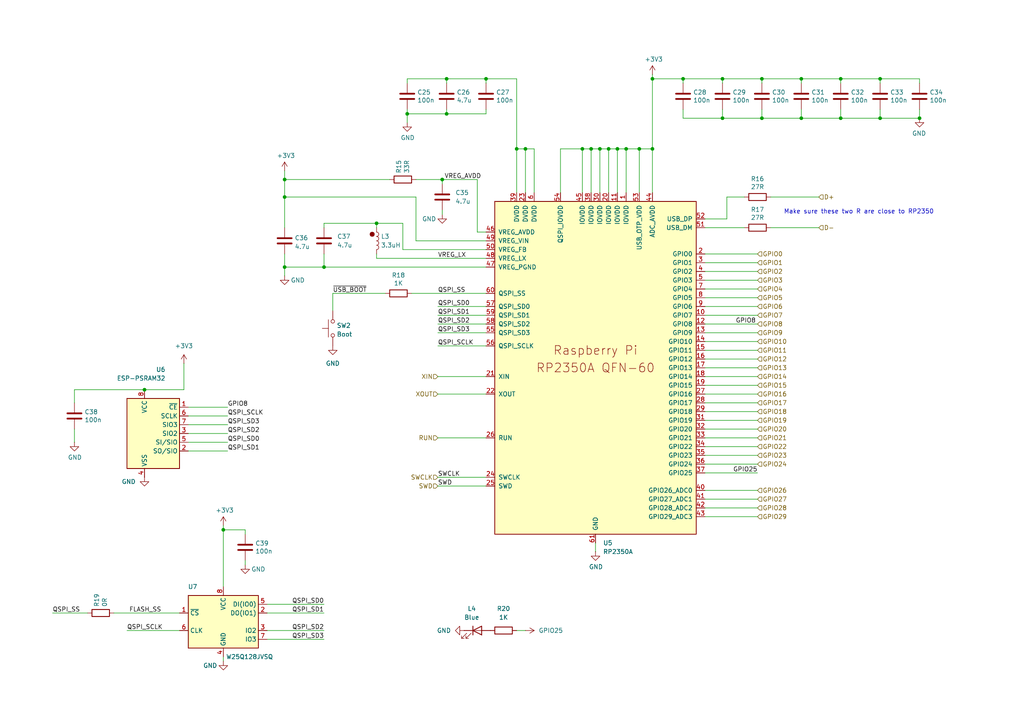
<source format=kicad_sch>
(kicad_sch (version 20231120) (generator "eeschema") (generator_version "8.0")
  (paper "A4")
  (title_block (title "Frank M2") (date "2025-02-02") (rev "1.01") (company "Mikhail Matveev") (comment 1 "https://github.com/xtremespb/frank"))
  (lib_symbols
    (symbol "+3V3_1" (power) (pin_numbers hide) (pin_names (offset 0) hide)
      (property "Value" "+3V3" (at 0 3.556 0))
      (symbol "+3V3_1_0_1"
        (polyline (pts (xy -0.762 1.27) (xy 0 2.54)))
        (polyline (pts (xy 0 0) (xy 0 2.54)))
        (polyline (pts (xy 0 2.54) (xy 0.762 1.27)))
      )
      (symbol "+3V3_1_1_1"
        (pin power_in line (at 0 0 90) (length 0) (name "~") (number "1"))
      )
    )
    (symbol "+3V3_2" (power) (pin_numbers hide) (pin_names (offset 0) hide)
      (property "Value" "+3V3" (at 0 3.556 0))
      (symbol "+3V3_2_0_1"
        (polyline (pts (xy -0.762 1.27) (xy 0 2.54)))
        (polyline (pts (xy 0 0) (xy 0 2.54)))
        (polyline (pts (xy 0 2.54) (xy 0.762 1.27)))
      )
      (symbol "+3V3_2_1_1"
        (pin power_in line (at 0 0 90) (length 0) (name "~") (number "1"))
      )
    )
    (symbol "+3V3_3" (power) (pin_numbers hide) (pin_names (offset 0) hide)
      (property "Value" "+3V3" (at 0 3.556 0))
      (symbol "+3V3_3_0_1"
        (polyline (pts (xy -0.762 1.27) (xy 0 2.54)))
        (polyline (pts (xy 0 0) (xy 0 2.54)))
        (polyline (pts (xy 0 2.54) (xy 0.762 1.27)))
      )
      (symbol "+3V3_3_1_1"
        (pin power_in line (at 0 0 90) (length 0) (name "~") (number "1"))
      )
    )
    (symbol "Device:C" (pin_numbers hide) (pin_names (offset 0.254))
      (property "Reference" "C" (at 0.635 2.54 0))
      (property "Value" "C" (at 0.635 -2.54 0))
      (symbol "C_0_1"
        (polyline (pts (xy -2.032 -0.762) (xy 2.032 -0.762)) (stroke (width 0.508)))
        (polyline (pts (xy -2.032 0.762) (xy 2.032 0.762)) (stroke (width 0.508)))
      )
      (symbol "C_1_1"
        (pin passive line (at 0 3.81 270) (length 2.794) (name "~") (number "1"))
        (pin passive line (at 0 -3.81 90) (length 2.794) (name "~") (number "2"))
      )
    )
    (symbol "Device:L" (pin_numbers hide) (pin_names (offset 1.016) hide)
      (property "Reference" "L" (at -1.27 0 90))
      (property "Value" "L" (at 1.905 0 90))
      (symbol "L_0_1"
        (arc (start 0 -2.54) (mid 0.6323 -1.905) (end 0 -1.27))
        (arc (start 0 -1.27) (mid 0.6323 -0.635) (end 0 0))
        (arc (start 0 0) (mid 0.6323 0.635) (end 0 1.27))
        (arc (start 0 1.27) (mid 0.6323 1.905) (end 0 2.54))
      )
      (symbol "L_1_1"
        (pin passive line (at 0 3.81 270) (length 1.27) (name "1") (number "1"))
        (pin passive line (at 0 -3.81 90) (length 1.27) (name "2") (number "2"))
      )
    )
    (symbol "Device:LED" (pin_numbers hide) (pin_names (offset 1.016) hide)
      (property "Reference" "D" (at 0 2.54 0))
      (property "Value" "LED" (at 0 -2.54 0))
      (symbol "LED_0_1"
        (polyline (pts (xy -1.27 -1.27) (xy -1.27 1.27)) (stroke (width 0.254)))
        (polyline (pts (xy -1.27 0) (xy 1.27 0)))
        (polyline (pts (xy 1.27 -1.27) (xy 1.27 1.27) (xy -1.27 0) (xy 1.27 -1.27)) (stroke (width 0.254)))
        (polyline (pts (xy -3.048 -0.762) (xy -4.572 -2.286) (xy -3.81 -2.286) (xy -4.572 -2.286) (xy -4.572 -1.524)))
        (polyline (pts (xy -1.778 -0.762) (xy -3.302 -2.286) (xy -2.54 -2.286) (xy -3.302 -2.286) (xy -3.302 -1.524)))
      )
      (symbol "LED_1_1"
        (pin passive line (at -3.81 0 0) (length 2.54) (name "K") (number "1"))
        (pin passive line (at 3.81 0 180) (length 2.54) (name "A") (number "2"))
      )
    )
    (symbol "Device:R" (pin_numbers hide) (pin_names (offset 0))
      (property "Reference" "R" (at 2.032 0 90))
      (property "Value" "R" (at 0 0 90))
      (symbol "R_0_1"
        (rectangle (start -1.016 -2.54) (end 1.016 2.54) (stroke (width 0.254)))
      )
      (symbol "R_1_1"
        (pin passive line (at 0 3.81 270) (length 1.27) (name "~") (number "1"))
        (pin passive line (at 0 -3.81 90) (length 1.27) (name "~") (number "2"))
      )
    )
    (symbol "FRANK:ESP-PSRAM32"
      (property "Reference" "PSR1" (at -8.89 1.2701 0))
      (property "Value" "PSRAM" (at -8.89 -1.2699 0))
      (symbol "ESP-PSRAM32_0_1"
        (rectangle (start -7.62 10.16) (end 7.62 -10.16) (stroke (width 0.254)) (fill (type background)))
      )
      (symbol "ESP-PSRAM32_1_1"
        (pin input line (at 10.16 7.62 180) (length 2.54) (name "~{CE}") (number "1"))
        (pin output line (at 10.16 -5.08 180) (length 2.54) (name "SO/SIO") (number "2"))
        (pin bidirectional line (at 10.16 0 180) (length 2.54) (name "SIO2") (number "3"))
        (pin power_in line (at -2.54 -12.7 90) (length 2.54) (name "VSS") (number "4"))
        (pin input line (at 10.16 -2.54 180) (length 2.54) (name "SI/SIO") (number "5"))
        (pin output line (at 10.16 5.08 180) (length 2.54) (name "SCLK") (number "6"))
        (pin bidirectional line (at 10.16 2.54 180) (length 2.54) (name "SIO3") (number "7"))
        (pin power_in line (at -2.54 12.7 270) (length 2.54) (name "VCC") (number "8"))
      )
    )
    (symbol "FRANK:RP2350A" (pin_names (offset 1.016))
      (property "Reference" "U2" (at 2.1941 -50.8 0))
      (property "Value" "RP2350A" (at 2.1941 -53.34 0))
      (symbol "RP2350A_0_0"
        (text "Raspberry Pi" (at 0 5.08 0) (effects (font (size 2.54 2.54))))
      )
      (symbol "RP2350A_0_1"
        (rectangle (start 29.21 48.26) (end -29.21 -48.26) (stroke (width 0.254)) (fill (type background)))
      )
      (symbol "RP2350A_1_0"
        (text "RP2350A QFN-60" (at 0 0 0) (effects (font (size 2.54 2.54))))
      )
      (symbol "RP2350A_1_1"
        (pin power_in line (at 8.89 50.8 270) (length 2.54) (name "IOVDD") (number "1"))
        (pin bidirectional line (at 31.75 15.24 180) (length 2.54) (name "GPIO7") (number "10"))
        (pin power_in line (at 6.35 50.8 270) (length 2.54) (name "IOVDD") (number "11"))
        (pin bidirectional line (at 31.75 12.7 180) (length 2.54) (name "GPIO8") (number "12"))
        (pin bidirectional line (at 31.75 10.16 180) (length 2.54) (name "GPIO9") (number "13"))
        (pin bidirectional line (at 31.75 7.62 180) (length 2.54) (name "GPIO10") (number "14"))
        (pin bidirectional line (at 31.75 5.08 180) (length 2.54) (name "GPIO11") (number "15"))
        (pin bidirectional line (at 31.75 2.54 180) (length 2.54) (name "GPIO12") (number "16"))
        (pin bidirectional line (at 31.75 0 180) (length 2.54) (name "GPIO13") (number "17"))
        (pin bidirectional line (at 31.75 -2.54 180) (length 2.54) (name "GPIO14") (number "18"))
        (pin bidirectional line (at 31.75 -5.08 180) (length 2.54) (name "GPIO15") (number "19"))
        (pin bidirectional line (at 31.75 33.02 180) (length 2.54) (name "GPIO0") (number "2"))
        (pin power_in line (at 3.81 50.8 270) (length 2.54) (name "IOVDD") (number "20"))
        (pin input line (at -31.75 -2.54 0) (length 2.54) (name "XIN") (number "21"))
        (pin passive line (at -31.75 -7.62 0) (length 2.54) (name "XOUT") (number "22"))
        (pin power_in line (at -20.32 50.8 270) (length 2.54) (name "DVDD") (number "23"))
        (pin output line (at -31.75 -31.75 0) (length 2.54) (name "SWCLK") (number "24"))
        (pin bidirectional line (at -31.75 -34.29 0) (length 2.54) (name "SWD") (number "25"))
        (pin input line (at -31.75 -20.32 0) (length 2.54) (name "RUN") (number "26"))
        (pin bidirectional line (at 31.75 -7.62 180) (length 2.54) (name "GPIO16") (number "27"))
        (pin bidirectional line (at 31.75 -10.16 180) (length 2.54) (name "GPIO17") (number "28"))
        (pin bidirectional line (at 31.75 -12.7 180) (length 2.54) (name "GPIO18") (number "29"))
        (pin bidirectional line (at 31.75 30.48 180) (length 2.54) (name "GPIO1") (number "3"))
        (pin power_in line (at 1.27 50.8 270) (length 2.54) (name "IOVDD") (number "30"))
        (pin bidirectional line (at 31.75 -15.24 180) (length 2.54) (name "GPIO19") (number "31"))
        (pin bidirectional line (at 31.75 -17.78 180) (length 2.54) (name "GPIO20") (number "32"))
        (pin bidirectional line (at 31.75 -20.32 180) (length 2.54) (name "GPIO21") (number "33"))
        (pin bidirectional line (at 31.75 -22.86 180) (length 2.54) (name "GPIO22") (number "34"))
        (pin bidirectional line (at 31.75 -25.4 180) (length 2.54) (name "GPIO23") (number "35"))
        (pin bidirectional line (at 31.75 -27.94 180) (length 2.54) (name "GPIO24") (number "36"))
        (pin bidirectional line (at 31.75 -30.48 180) (length 2.54) (name "GPIO25") (number "37"))
        (pin power_in line (at -1.27 50.8 270) (length 2.54) (name "IOVDD") (number "38"))
        (pin power_in line (at -22.86 50.8 270) (length 2.54) (name "DVDD") (number "39"))
        (pin bidirectional line (at 31.75 27.94 180) (length 2.54) (name "GPIO2") (number "4"))
        (pin bidirectional line (at 31.75 -35.56 180) (length 2.54) (name "GPIO26_ADC0") (number "40"))
        (pin bidirectional line (at 31.75 -38.1 180) (length 2.54) (name "GPIO27_ADC1") (number "41"))
        (pin bidirectional line (at 31.75 -40.64 180) (length 2.54) (name "GPIO28_ADC2") (number "42"))
        (pin bidirectional line (at 31.75 -43.18 180) (length 2.54) (name "GPIO29_ADC3") (number "43"))
        (pin power_in line (at 16.51 50.8 270) (length 2.54) (name "ADC_AVDD") (number "44"))
        (pin power_in line (at -3.81 50.8 270) (length 2.54) (name "IOVDD") (number "45"))
        (pin power_in line (at -31.75 39.37 0) (length 2.54) (name "VREG_AVDD") (number "46"))
        (pin power_in line (at -31.75 29.21 0) (length 2.54) (name "VREG_PGND") (number "47"))
        (pin power_out line (at -31.75 31.75 0) (length 2.54) (name "VREG_LX") (number "48"))
        (pin power_in line (at -31.75 36.83 0) (length 2.54) (name "VREG_VIN") (number "49"))
        (pin bidirectional line (at 31.75 25.4 180) (length 2.54) (name "GPIO3") (number "5"))
        (pin input line (at -31.75 34.29 0) (length 2.54) (name "VREG_FB") (number "50"))
        (pin bidirectional line (at 31.75 40.64 180) (length 2.54) (name "USB_DM") (number "51"))
        (pin bidirectional line (at 31.75 43.18 180) (length 2.54) (name "USB_DP") (number "52"))
        (pin power_in line (at 12.7 50.8 270) (length 2.54) (name "USB_OTP_VDD") (number "53"))
        (pin power_in line (at -10.16 50.8 270) (length 2.54) (name "QSPI_IOVDD") (number "54"))
        (pin bidirectional line (at -31.75 10.16 0) (length 2.54) (name "QSPI_SD3") (number "55"))
        (pin output line (at -31.75 6.35 0) (length 2.54) (name "QSPI_SCLK") (number "56"))
        (pin bidirectional line (at -31.75 17.78 0) (length 2.54) (name "QSPI_SD0") (number "57"))
        (pin bidirectional line (at -31.75 12.7 0) (length 2.54) (name "QSPI_SD2") (number "58"))
        (pin bidirectional line (at -31.75 15.24 0) (length 2.54) (name "QSPI_SD1") (number "59"))
        (pin power_in line (at -17.78 50.8 270) (length 2.54) (name "DVDD") (number "6"))
        (pin bidirectional line (at -31.75 21.59 0) (length 2.54) (name "QSPI_SS") (number "60"))
        (pin power_in line (at 0 -50.8 90) (length 2.54) (name "GND") (number "61"))
        (pin bidirectional line (at 31.75 22.86 180) (length 2.54) (name "GPIO4") (number "7"))
        (pin bidirectional line (at 31.75 20.32 180) (length 2.54) (name "GPIO5") (number "8"))
        (pin bidirectional line (at 31.75 17.78 180) (length 2.54) (name "GPIO6") (number "9"))
      )
    )
    (symbol "FRANK:W25Q128JVS"
      (property "Reference" "U3" (at -8.89 10.16 0))
      (property "Value" "W25Q128JVSQ" (at 7.62 -10.16 0))
      (symbol "W25Q128JVS_0_1"
        (rectangle (start -10.16 7.62) (end 10.16 -7.62) (stroke (width 0.254)) (fill (type background)))
      )
      (symbol "W25Q128JVS_1_1"
        (pin input line (at -12.7 2.54 0) (length 2.54) (name "~{CS}") (number "1"))
        (pin bidirectional line (at 12.7 2.54 180) (length 2.54) (name "DO(IO1)") (number "2"))
        (pin bidirectional line (at 12.7 -2.54 180) (length 2.54) (name "IO2") (number "3"))
        (pin power_in line (at 0 -10.16 90) (length 2.54) (name "GND") (number "4"))
        (pin bidirectional line (at 12.7 5.08 180) (length 2.54) (name "DI(IO0)") (number "5"))
        (pin input line (at -12.7 -2.54 0) (length 2.54) (name "CLK") (number "6"))
        (pin bidirectional line (at 12.7 -5.08 180) (length 2.54) (name "IO3") (number "7"))
        (pin power_in line (at 0 10.16 270) (length 2.54) (name "VCC") (number "8"))
      )
    )
    (symbol "GND_1" (power) (pin_numbers hide) (pin_names (offset 0) hide)
      (property "Value" "GND" (at 0 -3.81 0))
      (symbol "GND_1_0_1"
        (polyline (pts (xy 0 0) (xy 0 -1.27) (xy 1.27 -1.27) (xy 0 -2.54) (xy -1.27 -1.27) (xy 0 -1.27)))
      )
      (symbol "GND_1_1_1"
        (pin power_in line (at 0 0 270) (length 0) (name "~") (number "1"))
      )
    )
    (symbol "GND_10" (power) (pin_numbers hide) (pin_names (offset 0) hide)
      (property "Value" "GND" (at 0 -3.81 0))
      (symbol "GND_10_0_1"
        (polyline (pts (xy 0 0) (xy 0 -1.27) (xy 1.27 -1.27) (xy 0 -2.54) (xy -1.27 -1.27) (xy 0 -1.27)))
      )
      (symbol "GND_10_1_1"
        (pin power_in line (at 0 0 270) (length 0) (name "~") (number "1"))
      )
    )
    (symbol "GND_11" (power) (pin_numbers hide) (pin_names (offset 0) hide)
      (property "Value" "GND" (at 0 -3.81 0))
      (symbol "GND_11_0_1"
        (polyline (pts (xy 0 0) (xy 0 -1.27) (xy 1.27 -1.27) (xy 0 -2.54) (xy -1.27 -1.27) (xy 0 -1.27)))
      )
      (symbol "GND_11_1_1"
        (pin power_in line (at 0 0 270) (length 0) (name "~") (number "1"))
      )
    )
    (symbol "GND_12" (power) (pin_numbers hide) (pin_names (offset 0) hide)
      (property "Value" "GND" (at 0 -3.81 0))
      (symbol "GND_12_0_1"
        (polyline (pts (xy 0 0) (xy 0 -1.27) (xy 1.27 -1.27) (xy 0 -2.54) (xy -1.27 -1.27) (xy 0 -1.27)))
      )
      (symbol "GND_12_1_1"
        (pin power_in line (at 0 0 270) (length 0) (name "~") (number "1"))
      )
    )
    (symbol "GND_2" (power) (pin_numbers hide) (pin_names (offset 0) hide)
      (property "Value" "GND" (at 0 -3.81 0))
      (symbol "GND_2_0_1"
        (polyline (pts (xy 0 0) (xy 0 -1.27) (xy 1.27 -1.27) (xy 0 -2.54) (xy -1.27 -1.27) (xy 0 -1.27)))
      )
      (symbol "GND_2_1_1"
        (pin power_in line (at 0 0 270) (length 0) (name "~") (number "1"))
      )
    )
    (symbol "GND_3" (power) (pin_numbers hide) (pin_names (offset 0) hide)
      (property "Value" "GND" (at 0 -3.81 0))
      (symbol "GND_3_0_1"
        (polyline (pts (xy 0 0) (xy 0 -1.27) (xy 1.27 -1.27) (xy 0 -2.54) (xy -1.27 -1.27) (xy 0 -1.27)))
      )
      (symbol "GND_3_1_1"
        (pin power_in line (at 0 0 270) (length 0) (name "~") (number "1"))
      )
    )
    (symbol "GND_4" (power) (pin_numbers hide) (pin_names (offset 0) hide)
      (property "Value" "GND" (at 0 -3.81 0))
      (symbol "GND_4_0_1"
        (polyline (pts (xy 0 0) (xy 0 -1.27) (xy 1.27 -1.27) (xy 0 -2.54) (xy -1.27 -1.27) (xy 0 -1.27)))
      )
      (symbol "GND_4_1_1"
        (pin power_in line (at 0 0 270) (length 0) (name "~") (number "1"))
      )
    )
    (symbol "GND_5" (power) (pin_numbers hide) (pin_names (offset 0) hide)
      (property "Value" "GND" (at 0 -3.81 0))
      (symbol "GND_5_0_1"
        (polyline (pts (xy 0 0) (xy 0 -1.27) (xy 1.27 -1.27) (xy 0 -2.54) (xy -1.27 -1.27) (xy 0 -1.27)))
      )
      (symbol "GND_5_1_1"
        (pin power_in line (at 0 0 270) (length 0) (name "~") (number "1"))
      )
    )
    (symbol "GND_6" (power) (pin_numbers hide) (pin_names (offset 0) hide)
      (property "Value" "GND" (at 0 -3.81 0))
      (symbol "GND_6_0_1"
        (polyline (pts (xy 0 0) (xy 0 -1.27) (xy 1.27 -1.27) (xy 0 -2.54) (xy -1.27 -1.27) (xy 0 -1.27)))
      )
      (symbol "GND_6_1_1"
        (pin power_in line (at 0 0 270) (length 0) (name "~") (number "1"))
      )
    )
    (symbol "Switch:SW_Push" (pin_numbers hide) (pin_names (offset 1.016) hide)
      (property "Reference" "SW" (at 1.27 2.54 0))
      (property "Value" "SW_Push" (at 0 -1.524 0))
      (symbol "SW_Push_0_1"
        (circle (center -2.032 0) (radius 0.508))
        (polyline (pts (xy 0 1.27) (xy 0 3.048)))
        (polyline (pts (xy 2.54 1.27) (xy -2.54 1.27)))
        (circle (center 2.032 0) (radius 0.508))
        (pin passive line (at -5.08 0 0) (length 2.54) (name "1") (number "1"))
        (pin passive line (at 5.08 0 180) (length 2.54) (name "2") (number "2"))
      )
    )
    (symbol "power:+3V3" (power) (pin_numbers hide) (pin_names (offset 0) hide)
      (property "Value" "+3V3" (at 0 3.556 0))
      (symbol "+3V3_0_1"
        (polyline (pts (xy -0.762 1.27) (xy 0 2.54)))
        (polyline (pts (xy 0 0) (xy 0 2.54)))
        (polyline (pts (xy 0 2.54) (xy 0.762 1.27)))
      )
      (symbol "+3V3_1_1"
        (pin power_in line (at 0 0 90) (length 0) (name "~") (number "1"))
      )
    )
    (symbol "power:GND" (power) (pin_numbers hide) (pin_names (offset 0) hide)
      (property "Value" "GND" (at 0 -3.81 0))
      (symbol "GND_0_1"
        (polyline (pts (xy 0 0) (xy 0 -1.27) (xy 1.27 -1.27) (xy 0 -2.54) (xy -1.27 -1.27) (xy 0 -1.27)))
      )
      (symbol "GND_1_1"
        (pin power_in line (at 0 0 270) (length 0) (name "~") (number "1"))
      )
    )
  )
  (junction (at 176.53 43.18))
  (junction (at 173.99 43.18))
  (junction (at 198.12 22.86))
  (junction (at 128.27 52.07))
  (junction (at 220.98 22.86))
  (junction (at 209.55 22.86))
  (junction (at 168.91 43.18))
  (junction (at 41.91 113.03))
  (junction (at 82.55 77.47))
  (junction (at 209.55 34.29))
  (junction (at 179.07 43.18))
  (junction (at 140.97 22.86))
  (junction (at 82.55 52.07))
  (junction (at 266.7 34.29))
  (junction (at 118.11 33.02))
  (junction (at 185.42 43.18))
  (junction (at 149.86 43.18))
  (junction (at 129.54 33.02))
  (junction (at 129.54 22.86))
  (junction (at 181.61 43.18))
  (junction (at 82.55 57.15))
  (junction (at 220.98 34.29))
  (junction (at 255.27 34.29))
  (junction (at 93.98 77.47))
  (junction (at 243.84 22.86))
  (junction (at 243.84 34.29))
  (junction (at 109.22 64.77))
  (junction (at 189.23 43.18))
  (junction (at 232.41 34.29))
  (junction (at 255.27 22.86))
  (junction (at 232.41 22.86))
  (junction (at 171.45 43.18))
  (junction (at 189.23 22.86))
  (junction (at 64.77 153.67))
  (junction (at 152.4 43.18))
  (wire (pts (xy 179.07 43.18) (xy 181.61 43.18)))
  (wire (pts (xy 152.4 43.18) (xy 154.94 43.18)))
  (wire (pts (xy 152.4 55.88) (xy 152.4 43.18)))
  (wire (pts (xy 116.84 72.39) (xy 116.84 64.77)))
  (wire (pts (xy 140.97 138.43) (xy 127 138.43)))
  (wire (pts (xy 204.47 149.86) (xy 219.71 149.86)))
  (wire (pts (xy 71.12 154.94) (xy 71.12 153.67)))
  (wire (pts (xy 189.23 22.86) (xy 198.12 22.86)))
  (wire (pts (xy 204.47 93.98) (xy 219.71 93.98)))
  (wire (pts (xy 204.47 99.06) (xy 219.71 99.06)))
  (wire (pts (xy 64.77 152.4) (xy 64.77 153.67)))
  (wire (pts (xy 198.12 22.86) (xy 209.55 22.86)))
  (wire (pts (xy 204.47 91.44) (xy 219.71 91.44)))
  (wire (pts (xy 128.27 52.07) (xy 128.27 53.34)))
  (wire (pts (xy 140.97 24.13) (xy 140.97 22.86)))
  (wire (pts (xy 109.22 64.77) (xy 109.22 66.04)))
  (wire (pts (xy 255.27 24.13) (xy 255.27 22.86)))
  (wire (pts (xy 127 93.98) (xy 140.97 93.98)))
  (wire (pts (xy 204.47 83.82) (xy 219.71 83.82)))
  (wire (pts (xy 127 88.9) (xy 140.97 88.9)))
  (wire (pts (xy 152.4 43.18) (xy 149.86 43.18)))
  (wire (pts (xy 220.98 22.86) (xy 232.41 22.86)))
  (wire (pts (xy 189.23 21.59) (xy 189.23 22.86)))
  (wire (pts (xy 54.61 125.73) (xy 66.04 125.73)))
  (wire (pts (xy 204.47 104.14) (xy 219.71 104.14)))
  (wire (pts (xy 162.56 43.18) (xy 168.91 43.18)))
  (wire (pts (xy 204.47 124.46) (xy 219.71 124.46)))
  (wire (pts (xy 185.42 55.88) (xy 185.42 43.18)))
  (wire (pts (xy 127 96.52) (xy 140.97 96.52)))
  (wire (pts (xy 111.76 85.09) (xy 96.52 85.09)))
  (wire (pts (xy 82.55 57.15) (xy 120.65 57.15)))
  (wire (pts (xy 204.47 142.24) (xy 219.71 142.24)))
  (wire (pts (xy 266.7 31.75) (xy 266.7 34.29)))
  (wire (pts (xy 118.11 24.13) (xy 118.11 22.86)))
  (wire (pts (xy 176.53 43.18) (xy 179.07 43.18)))
  (wire (pts (xy 209.55 34.29) (xy 198.12 34.29)))
  (wire (pts (xy 232.41 34.29) (xy 220.98 34.29)))
  (wire (pts (xy 172.72 157.48) (xy 172.72 160.02)))
  (wire (pts (xy 120.65 52.07) (xy 128.27 52.07)))
  (wire (pts (xy 53.34 105.41) (xy 53.34 113.03)))
  (wire (pts (xy 127 91.44) (xy 140.97 91.44)))
  (wire (pts (xy 33.02 177.8) (xy 52.07 177.8)))
  (wire (pts (xy 243.84 22.86) (xy 255.27 22.86)))
  (wire (pts (xy 140.97 100.33) (xy 127 100.33)))
  (wire (pts (xy 223.52 57.15) (xy 237.49 57.15)))
  (wire (pts (xy 204.47 73.66) (xy 219.71 73.66)))
  (wire (pts (xy 116.84 64.77) (xy 109.22 64.77)))
  (wire (pts (xy 54.61 130.81) (xy 66.04 130.81)))
  (wire (pts (xy 232.41 31.75) (xy 232.41 34.29)))
  (wire (pts (xy 173.99 55.88) (xy 173.99 43.18)))
  (wire (pts (xy 93.98 73.66) (xy 93.98 77.47)))
  (wire (pts (xy 176.53 55.88) (xy 176.53 43.18)))
  (wire (pts (xy 140.97 85.09) (xy 119.38 85.09)))
  (wire (pts (xy 204.47 96.52) (xy 219.71 96.52)))
  (wire (pts (xy 179.07 55.88) (xy 179.07 43.18)))
  (wire (pts (xy 127 127) (xy 140.97 127)))
  (wire (pts (xy 118.11 22.86) (xy 129.54 22.86)))
  (wire (pts (xy 171.45 43.18) (xy 173.99 43.18)))
  (wire (pts (xy 54.61 118.11) (xy 66.04 118.11)))
  (wire (pts (xy 109.22 74.93) (xy 109.22 73.66)))
  (wire (pts (xy 189.23 22.86) (xy 189.23 43.18)))
  (wire (pts (xy 64.77 190.5) (xy 64.77 191.77)))
  (wire (pts (xy 204.47 111.76) (xy 219.71 111.76)))
  (wire (pts (xy 77.47 175.26) (xy 93.98 175.26)))
  (wire (pts (xy 204.47 134.62) (xy 219.71 134.62)))
  (wire (pts (xy 171.45 55.88) (xy 171.45 43.18)))
  (wire (pts (xy 120.65 69.85) (xy 140.97 69.85)))
  (wire (pts (xy 181.61 43.18) (xy 181.61 55.88)))
  (wire (pts (xy 204.47 129.54) (xy 219.71 129.54)))
  (wire (pts (xy 204.47 109.22) (xy 219.71 109.22)))
  (wire (pts (xy 173.99 43.18) (xy 176.53 43.18)))
  (wire (pts (xy 118.11 33.02) (xy 129.54 33.02)))
  (wire (pts (xy 96.52 85.09) (xy 96.52 90.17)))
  (wire (pts (xy 255.27 34.29) (xy 266.7 34.29)))
  (wire (pts (xy 204.47 88.9) (xy 219.71 88.9)))
  (wire (pts (xy 204.47 86.36) (xy 219.71 86.36)))
  (wire (pts (xy 118.11 31.75) (xy 118.11 33.02)))
  (wire (pts (xy 21.59 113.03) (xy 21.59 116.84)))
  (wire (pts (xy 204.47 63.5) (xy 210.82 63.5)))
  (wire (pts (xy 15.24 177.8) (xy 25.4 177.8)))
  (wire (pts (xy 232.41 24.13) (xy 232.41 22.86)))
  (wire (pts (xy 204.47 116.84) (xy 219.71 116.84)))
  (wire (pts (xy 168.91 43.18) (xy 171.45 43.18)))
  (wire (pts (xy 53.34 113.03) (xy 41.91 113.03)))
  (wire (pts (xy 93.98 64.77) (xy 109.22 64.77)))
  (wire (pts (xy 149.86 43.18) (xy 149.86 55.88)))
  (wire (pts (xy 140.97 72.39) (xy 116.84 72.39)))
  (wire (pts (xy 255.27 22.86) (xy 266.7 22.86)))
  (wire (pts (xy 162.56 55.88) (xy 162.56 43.18)))
  (wire (pts (xy 120.65 57.15) (xy 120.65 69.85)))
  (wire (pts (xy 204.47 81.28) (xy 219.71 81.28)))
  (wire (pts (xy 36.83 182.88) (xy 52.07 182.88)))
  (wire (pts (xy 204.47 76.2) (xy 219.71 76.2)))
  (wire (pts (xy 220.98 24.13) (xy 220.98 22.86)))
  (wire (pts (xy 210.82 57.15) (xy 210.82 63.5)))
  (wire (pts (xy 168.91 55.88) (xy 168.91 43.18)))
  (wire (pts (xy 209.55 22.86) (xy 220.98 22.86)))
  (wire (pts (xy 210.82 57.15) (xy 215.9 57.15)))
  (wire (pts (xy 64.77 153.67) (xy 64.77 170.18)))
  (wire (pts (xy 82.55 49.53) (xy 82.55 52.07)))
  (wire (pts (xy 118.11 33.02) (xy 118.11 35.56)))
  (wire (pts (xy 77.47 185.42) (xy 93.98 185.42)))
  (wire (pts (xy 77.47 177.8) (xy 93.98 177.8)))
  (wire (pts (xy 198.12 24.13) (xy 198.12 22.86)))
  (wire (pts (xy 209.55 31.75) (xy 209.55 34.29)))
  (wire (pts (xy 204.47 127) (xy 219.71 127)))
  (wire (pts (xy 204.47 119.38) (xy 219.71 119.38)))
  (wire (pts (xy 154.94 43.18) (xy 154.94 55.88)))
  (wire (pts (xy 243.84 24.13) (xy 243.84 22.86)))
  (wire (pts (xy 138.43 67.31) (xy 140.97 67.31)))
  (wire (pts (xy 140.97 33.02) (xy 140.97 31.75)))
  (wire (pts (xy 243.84 34.29) (xy 232.41 34.29)))
  (wire (pts (xy 109.22 74.93) (xy 140.97 74.93)))
  (wire (pts (xy 204.47 144.78) (xy 219.71 144.78)))
  (wire (pts (xy 189.23 43.18) (xy 189.23 55.88)))
  (wire (pts (xy 129.54 22.86) (xy 140.97 22.86)))
  (wire (pts (xy 149.86 22.86) (xy 149.86 43.18)))
  (wire (pts (xy 220.98 31.75) (xy 220.98 34.29)))
  (wire (pts (xy 255.27 34.29) (xy 243.84 34.29)))
  (wire (pts (xy 223.52 66.04) (xy 237.49 66.04)))
  (wire (pts (xy 181.61 43.18) (xy 185.42 43.18)))
  (wire (pts (xy 149.86 182.88) (xy 152.4 182.88)))
  (wire (pts (xy 82.55 52.07) (xy 113.03 52.07)))
  (wire (pts (xy 204.47 114.3) (xy 219.71 114.3)))
  (wire (pts (xy 204.47 101.6) (xy 219.71 101.6)))
  (wire (pts (xy 71.12 162.56) (xy 71.12 163.83)))
  (wire (pts (xy 185.42 43.18) (xy 189.23 43.18)))
  (wire (pts (xy 71.12 153.67) (xy 64.77 153.67)))
  (wire (pts (xy 129.54 24.13) (xy 129.54 22.86)))
  (wire (pts (xy 204.47 147.32) (xy 219.71 147.32)))
  (wire (pts (xy 129.54 33.02) (xy 140.97 33.02)))
  (wire (pts (xy 93.98 66.04) (xy 93.98 64.77)))
  (wire (pts (xy 204.47 78.74) (xy 219.71 78.74)))
  (wire (pts (xy 232.41 22.86) (xy 243.84 22.86)))
  (wire (pts (xy 82.55 77.47) (xy 93.98 77.47)))
  (wire (pts (xy 204.47 66.04) (xy 215.9 66.04)))
  (wire (pts (xy 82.55 57.15) (xy 82.55 66.04)))
  (wire (pts (xy 129.54 31.75) (xy 129.54 33.02)))
  (wire (pts (xy 54.61 120.65) (xy 66.04 120.65)))
  (wire (pts (xy 82.55 52.07) (xy 82.55 57.15)))
  (wire (pts (xy 266.7 24.13) (xy 266.7 22.86)))
  (wire (pts (xy 204.47 137.16) (xy 219.71 137.16)))
  (wire (pts (xy 77.47 182.88) (xy 93.98 182.88)))
  (wire (pts (xy 140.97 22.86) (xy 149.86 22.86)))
  (wire (pts (xy 140.97 140.97) (xy 127 140.97)))
  (wire (pts (xy 243.84 31.75) (xy 243.84 34.29)))
  (wire (pts (xy 21.59 124.46) (xy 21.59 128.27)))
  (wire (pts (xy 209.55 24.13) (xy 209.55 22.86)))
  (wire (pts (xy 204.47 132.08) (xy 219.71 132.08)))
  (wire (pts (xy 82.55 77.47) (xy 82.55 80.01)))
  (wire (pts (xy 220.98 34.29) (xy 209.55 34.29)))
  (wire (pts (xy 82.55 73.66) (xy 82.55 77.47)))
  (wire (pts (xy 198.12 31.75) (xy 198.12 34.29)))
  (wire (pts (xy 54.61 128.27) (xy 66.04 128.27)))
  (wire (pts (xy 138.43 52.07) (xy 138.43 67.31)))
  (wire (pts (xy 127 109.22) (xy 140.97 109.22)))
  (wire (pts (xy 93.98 77.47) (xy 140.97 77.47)))
  (wire (pts (xy 128.27 62.23) (xy 128.27 60.96)))
  (wire (pts (xy 204.47 106.68) (xy 219.71 106.68)))
  (wire (pts (xy 128.27 52.07) (xy 138.43 52.07)))
  (wire (pts (xy 204.47 121.92) (xy 219.71 121.92)))
  (wire (pts (xy 54.61 123.19) (xy 66.04 123.19)))
  (wire (pts (xy 21.59 113.03) (xy 41.91 113.03)))
  (wire (pts (xy 255.27 31.75) (xy 255.27 34.29)))
  (wire (pts (xy 140.97 114.3) (xy 127 114.3)))
  (circle (center 107.95 67.945) (radius 0.635) (stroke (width 0) (color 132 0 0 1)) (fill (type color) (color 132 0 0 1)))
  (text "Make sure these two R are close to RP2350\n" (at 227.33 62.23 0) (effects (font (size 1.27 1.27)) (justify left bottom)))
  (label "SWCLK" (at 127 138.43 0))
  (label "QSPI_SD3" (at 93.98 185.42 180))
  (label "QSPI_SD1" (at 93.98 177.8 180))
  (label "QSPI_SD0" (at 93.98 175.26 180))
  (label "QSPI_SD2" (at 127 93.98 0))
  (label "QSPI_SD0" (at 66.04 128.27 0))
  (label "QSPI_SCLK" (at 36.83 182.88 0))
  (label "QSPI_SD3" (at 66.04 123.19 0))
  (label "VREG_AVDD" (at 128.905 52.07 0))
  (label "QSPI_SD2" (at 66.04 125.73 0))
  (label "QSPI_SD0" (at 127 88.9 0))
  (label "GPIO25" (at 219.71 137.16 180))
  (label "FLASH_SS" (at 37.465 177.8 0))
  (label "GPIO8" (at 66.04 118.11 0))
  (label "QSPI_SS" (at 127 85.09 0))
  (label "QSPI_SD3" (at 127 96.52 0))
  (label "QSPI_SD1" (at 127 91.44 0))
  (label "QSPI_SD1" (at 66.04 130.81 0))
  (label "SWD" (at 127 140.97 0))
  (label "~{USB_BOOT}" (at 96.52 85.09 0))
  (label "QSPI_SCLK" (at 127 100.33 0))
  (label "QSPI_SD2" (at 93.98 182.88 180))
  (label "QSPI_SS" (at 15.24 177.8 0))
  (label "GPIO8" (at 213.36 93.98 0))
  (label "VREG_LX" (at 127 74.93 0))
  (label "QSPI_SCLK" (at 66.04 120.65 0))
  (hierarchical_label "GPIO4" (shape input) (at 219.71 83.82 0))
  (hierarchical_label "XOUT" (shape input) (at 127 114.3 180))
  (hierarchical_label "GPIO11" (shape input) (at 219.71 101.6 0))
  (hierarchical_label "GPIO5" (shape input) (at 219.71 86.36 0))
  (hierarchical_label "GPIO24" (shape input) (at 219.71 134.62 0))
  (hierarchical_label "GPIO1" (shape input) (at 219.71 76.2 0))
  (hierarchical_label "GPIO2" (shape input) (at 219.71 78.74 0))
  (hierarchical_label "SWD" (shape input) (at 127 140.97 180))
  (hierarchical_label "GPIO17" (shape input) (at 219.71 116.84 0))
  (hierarchical_label "GPIO21" (shape input) (at 219.71 127 0))
  (hierarchical_label "GPIO3" (shape input) (at 219.71 81.28 0))
  (hierarchical_label "GPIO19" (shape input) (at 219.71 121.92 0))
  (hierarchical_label "GPIO10" (shape input) (at 219.71 99.06 0))
  (hierarchical_label "D+" (shape input) (at 237.49 57.15 0))
  (hierarchical_label "GPIO28" (shape input) (at 219.71 147.32 0))
  (hierarchical_label "GPIO18" (shape input) (at 219.71 119.38 0))
  (hierarchical_label "GPIO23" (shape input) (at 219.71 132.08 0))
  (hierarchical_label "GPIO8" (shape input) (at 219.71 93.98 0))
  (hierarchical_label "GPIO16" (shape input) (at 219.71 114.3 0))
  (hierarchical_label "GPIO15" (shape input) (at 219.71 111.76 0))
  (hierarchical_label "SWCLK" (shape input) (at 127 138.43 180))
  (hierarchical_label "D-" (shape input) (at 237.49 66.04 0))
  (hierarchical_label "GPIO14" (shape input) (at 219.71 109.22 0))
  (hierarchical_label "GPIO29" (shape input) (at 219.71 149.86 0))
  (hierarchical_label "GPIO26" (shape input) (at 219.71 142.24 0))
  (hierarchical_label "GPIO27" (shape input) (at 219.71 144.78 0))
  (hierarchical_label "GPIO6" (shape input) (at 219.71 88.9 0))
  (hierarchical_label "GPIO0" (shape input) (at 219.71 73.66 0))
  (hierarchical_label "RUN" (shape input) (at 127 127 180))
  (hierarchical_label "GPIO9" (shape input) (at 219.71 96.52 0))
  (hierarchical_label "XIN" (shape input) (at 127 109.22 180))
  (hierarchical_label "GPIO7" (shape input) (at 219.71 91.44 0))
  (hierarchical_label "GPIO13" (shape input) (at 219.71 106.68 0))
  (hierarchical_label "GPIO20" (shape input) (at 219.71 124.46 0))
  (hierarchical_label "GPIO22" (shape input) (at 219.71 129.54 0))
  (hierarchical_label "GPIO12" (shape input) (at 219.71 104.14 0))
  (symbol (lib_id "Device:C") (at 198.12 27.94 0) (unit 1)
    (property "Reference" "C28" (at 201.041 26.7716 0) (effects (justify left)))
    (property "Value" "100n" (at 201.041 29.083 0) (effects (justify left)))
    (property "Footprint" "FRANK:Capacitor (0805)" (effects (hide yes)))
    (property "Datasheet" "https://eu.mouser.com/datasheet/2/40/KGM_X7R-3223212.pdf" (effects (hide yes)))
    (property "AliExpress" "https://www.aliexpress.com/item/33008008276.html" (effects (hide yes)))
  )
  (symbol (lib_id "power:GND") (at 266.7 34.29 0) (mirror y) (unit 1)
    (property "Reference" "#PWR046" (effects (hide yes)))
    (property "Value" "GND" (at 266.573 38.6842 0))
    (property "Description" "Power symbol creates a global label with name \"GND\" , ground" (effects (hide yes)))
  )
  (symbol (lib_id "FRANK:ESP-PSRAM32") (at 44.45 125.73 0) (unit 1)
    (property "Reference" "U6" (at 48.006 107.188 0) (effects (justify right)))
    (property "Value" "ESP-PSRAM32" (at 48.006 109.728 0) (effects (justify right)))
    (property "Footprint" "FRANK:SO-8" (effects (hide yes)))
    (property "Datasheet" "https://www.espressif.com/sites/default/files/documentation/esp-psram32_datasheet_en.pdf" (effects (hide yes)))
    (property "AliExpress" "https://www.aliexpress.com/item/1005006440914173.html" (effects (hide yes)))
  )
  (symbol (lib_name "GND_5") (lib_id "power:GND") (at 118.11 35.56 0) (unit 1)
    (property "Reference" "#PWR047" (effects (hide yes)))
    (property "Value" "GND" (at 118.237 39.9542 0))
    (property "Description" "Power symbol creates a global label with name \"GND\" , ground" (effects (hide yes)))
  )
  (symbol (lib_id "Device:L") (at 109.22 69.85 0) (unit 1)
    (property "Reference" "L3" (at 110.49 68.58 0) (effects (justify left)))
    (property "Value" "3.3uH" (at 110.49 71.12 0) (effects (justify left)))
    (property "Footprint" "FRANK:Inductor (3225)" (effects (hide yes)))
    (property "Datasheet" "https://product.tdk.com/en/system/files/dam/doc/product/inductor/inductor/smd/catalog/inductor_commercial_decoupling_nlfv32-ef_en.pdf" (effects (hide yes)))
    (property "AliExpress" "https://www.aliexpress.com/item/1005007491864993.html" (effects (hide yes)))
  )
  (symbol (lib_id "Device:C") (at 209.55 27.94 0) (unit 1)
    (property "Reference" "C29" (at 212.471 26.7716 0) (effects (justify left)))
    (property "Value" "100n" (at 212.471 29.083 0) (effects (justify left)))
    (property "Footprint" "FRANK:Capacitor (0805)" (effects (hide yes)))
    (property "Datasheet" "https://eu.mouser.com/datasheet/2/40/KGM_X7R-3223212.pdf" (effects (hide yes)))
    (property "AliExpress" "https://www.aliexpress.com/item/33008008276.html" (effects (hide yes)))
  )
  (symbol (lib_name "GND_1") (lib_id "power:GND") (at 21.59 128.27 0) (unit 1)
    (property "Reference" "#PWR053" (effects (hide yes)))
    (property "Value" "GND" (at 21.717 132.6642 0))
    (property "Description" "Power symbol creates a global label with name \"GND\" , ground" (effects (hide yes)))
  )
  (symbol (lib_id "Device:C") (at 71.12 158.75 0) (unit 1)
    (property "Reference" "C39" (at 74.041 157.5816 0) (effects (justify left)))
    (property "Value" "100n" (at 74.041 159.893 0) (effects (justify left)))
    (property "Footprint" "FRANK:Capacitor (0805)" (effects (hide yes)))
    (property "Datasheet" "https://eu.mouser.com/datasheet/2/40/KGM_X7R-3223212.pdf" (effects (hide yes)))
    (property "AliExpress" "https://www.aliexpress.com/item/33008008276.html" (effects (hide yes)))
  )
  (symbol (lib_id "Device:C") (at 118.11 27.94 0) (unit 1)
    (property "Reference" "C25" (at 121.031 26.7716 0) (effects (justify left)))
    (property "Value" "100n" (at 121.031 29.083 0) (effects (justify left)))
    (property "Footprint" "FRANK:Capacitor (0805)" (effects (hide yes)))
    (property "Datasheet" "https://eu.mouser.com/datasheet/2/40/KGM_X7R-3223212.pdf" (effects (hide yes)))
    (property "AliExpress" "https://www.aliexpress.com/item/33008008276.html" (effects (hide yes)))
  )
  (symbol (lib_id "Device:C") (at 128.27 57.15 0) (unit 1)
    (property "Reference" "C35" (at 132.08 55.88 0) (effects (justify left)))
    (property "Value" "4.7u" (at 132.08 58.42 0) (effects (justify left)))
    (property "Footprint" "FRANK:Capacitor (0805)" (effects (hide yes)))
    (property "Datasheet" "https://eu.mouser.com/datasheet/2/40/KGM_X7R-3223212.pdf" (effects (hide yes)))
    (property "AliExpress" "https://www.aliexpress.com/item/33008008276.html" (effects (hide yes)))
  )
  (symbol (lib_id "Device:R") (at 116.84 52.07 90) (unit 1)
    (property "Reference" "R15" (at 115.6716 50.292 0) (effects (justify left)))
    (property "Value" "33R" (at 117.983 50.292 0) (effects (justify left)))
    (property "Footprint" "FRANK:Resistor (0805)" (effects (hide yes)))
    (property "Datasheet" "https://www.vishay.com/docs/28952/mcs0402at-mct0603at-mcu0805at-mca1206at.pdf" (effects (hide yes)))
    (property "AliExpress" "https://www.aliexpress.com/item/1005005945735199.html" (effects (hide yes)))
  )
  (symbol (lib_id "Device:C") (at 255.27 27.94 0) (unit 1)
    (property "Reference" "C33" (at 258.191 26.7716 0) (effects (justify left)))
    (property "Value" "100n" (at 258.191 29.083 0) (effects (justify left)))
    (property "Footprint" "FRANK:Capacitor (0805)" (effects (hide yes)))
    (property "Datasheet" "https://eu.mouser.com/datasheet/2/40/KGM_X7R-3223212.pdf" (effects (hide yes)))
    (property "AliExpress" "https://www.aliexpress.com/item/33008008276.html" (effects (hide yes)))
  )
  (symbol (lib_name "GND_2") (lib_id "power:GND") (at 134.62 182.88 270) (unit 1)
    (property "Reference" "#PWR058" (effects (hide yes)))
    (property "Value" "GND" (at 130.81 182.8799 90) (effects (justify right)))
    (property "Description" "Power symbol creates a global label with name \"GND\" , ground" (effects (hide yes)))
  )
  (symbol (lib_name "GND_4") (lib_id "power:GND") (at 82.55 80.01 0) (mirror y) (unit 1)
    (property "Reference" "#PWR050" (effects (hide yes)))
    (property "Value" "GND" (at 86.36 81.28 0))
    (property "Description" "Power symbol creates a global label with name \"GND\" , ground" (effects (hide yes)))
  )
  (symbol (lib_name "GND_11") (lib_id "power:GND") (at 96.52 100.33 0) (unit 1)
    (property "Reference" "#PWR051" (effects (hide yes)))
    (property "Value" "GND" (at 96.52 105.41 0))
    (property "Description" "Power symbol creates a global label with name \"GND\" , ground" (effects (hide yes)))
  )
  (symbol (lib_name "GND_6") (lib_id "power:GND") (at 41.91 138.43 0) (unit 1)
    (property "Reference" "#PWR054" (effects (hide yes)))
    (property "Value" "GND" (at 39.37 139.7 0) (effects (justify right)))
    (property "Description" "Power symbol creates a global label with name \"GND\" , ground" (effects (hide yes)))
  )
  (symbol (lib_id "Device:C") (at 140.97 27.94 0) (unit 1)
    (property "Reference" "C27" (at 143.891 26.7716 0) (effects (justify left)))
    (property "Value" "100n" (at 143.891 29.083 0) (effects (justify left)))
    (property "Footprint" "FRANK:Capacitor (0805)" (effects (hide yes)))
    (property "Datasheet" "https://eu.mouser.com/datasheet/2/40/KGM_X7R-3223212.pdf" (effects (hide yes)))
    (property "AliExpress" "https://www.aliexpress.com/item/33008008276.html" (effects (hide yes)))
  )
  (symbol (lib_id "Device:C") (at 21.59 120.65 0) (unit 1)
    (property "Reference" "C38" (at 24.511 119.4816 0) (effects (justify left)))
    (property "Value" "100n" (at 24.511 121.793 0) (effects (justify left)))
    (property "Footprint" "FRANK:Capacitor (0805)" (effects (hide yes)))
    (property "Datasheet" "https://eu.mouser.com/datasheet/2/447/KEM_C1075_X7R_HT_SMD-3316221.pdf" (effects (hide yes)))
    (property "AliExpress" "https://www.aliexpress.com/item/33008008276.html" (effects (hide yes)))
  )
  (symbol (lib_id "Device:R") (at 29.21 177.8 90) (unit 1)
    (property "Reference" "R19" (at 28.0416 176.022 0) (effects (justify left)))
    (property "Value" "0R" (at 30.353 176.022 0) (effects (justify left)))
    (property "Footprint" "FRANK:Resistor (0805)" (effects (hide yes)))
    (property "Datasheet" "https://www.vishay.com/docs/28952/mcs0402at-mct0603at-mcu0805at-mca1206at.pdf" (effects (hide yes)))
    (property "AliExpress" "https://www.aliexpress.com/item/1005005945735199.html" (effects (hide yes)))
  )
  (symbol (lib_name "+3V3_1") (lib_id "power:+3V3") (at 152.4 182.88 270) (unit 1)
    (property "Reference" "#PWR059" (effects (hide yes)))
    (property "Value" "GPIO25" (at 156.21 182.8799 90) (effects (justify left)))
    (property "Description" "Power symbol creates a global label with name \"+3V3\"" (effects (hide yes)))
  )
  (symbol (lib_id "Device:C") (at 129.54 27.94 0) (unit 1)
    (property "Reference" "C26" (at 132.461 26.7716 0) (effects (justify left)))
    (property "Value" "4.7u" (at 132.461 29.083 0) (effects (justify left)))
    (property "Footprint" "FRANK:Capacitor (0805)" (effects (hide yes)))
    (property "Datasheet" "https://eu.mouser.com/datasheet/2/40/KGM_X7R-3223212.pdf" (effects (hide yes)))
    (property "AliExpress" "https://www.aliexpress.com/item/33008008276.html" (effects (hide yes)))
  )
  (symbol (lib_id "Device:R") (at 219.71 57.15 270) (unit 1)
    (property "Reference" "R16" (at 219.71 51.8922 90))
    (property "Value" "27R" (at 219.71 54.2036 90))
    (property "Footprint" "FRANK:Resistor (0805)" (effects (hide yes)))
    (property "Datasheet" "https://www.vishay.com/docs/28952/mcs0402at-mct0603at-mcu0805at-mca1206at.pdf" (effects (hide yes)))
    (property "AliExpress" "https://www.aliexpress.com/item/1005005945735199.html" (effects (hide yes)))
  )
  (symbol (lib_name "GND_2") (lib_id "power:GND") (at 71.12 163.83 0) (unit 1)
    (property "Reference" "#PWR057" (effects (hide yes)))
    (property "Value" "GND" (at 74.93 165.1 0))
    (property "Description" "Power symbol creates a global label with name \"GND\" , ground" (effects (hide yes)))
  )
  (symbol (lib_name "GND_12") (lib_id "power:GND") (at 128.27 62.23 0) (unit 1)
    (property "Reference" "#PWR049" (effects (hide yes)))
    (property "Value" "GND" (at 124.46 63.5 0))
    (property "Description" "Power symbol creates a global label with name \"GND\" , ground" (effects (hide yes)))
  )
  (symbol (lib_id "Device:C") (at 243.84 27.94 0) (unit 1)
    (property "Reference" "C32" (at 246.761 26.7716 0) (effects (justify left)))
    (property "Value" "100n" (at 246.761 29.083 0) (effects (justify left)))
    (property "Footprint" "FRANK:Capacitor (0805)" (effects (hide yes)))
    (property "Datasheet" "https://eu.mouser.com/datasheet/2/40/KGM_X7R-3223212.pdf" (effects (hide yes)))
    (property "AliExpress" "https://www.aliexpress.com/item/33008008276.html" (effects (hide yes)))
  )
  (symbol (lib_id "power:+3V3") (at 189.23 21.59 0) (unit 1)
    (property "Reference" "#PWR045" (effects (hide yes)))
    (property "Value" "+3V3" (at 189.611 17.1958 0))
    (property "Description" "Power symbol creates a global label with name \"+3V3\"" (effects (hide yes)))
  )
  (symbol (lib_id "Device:C") (at 232.41 27.94 0) (unit 1)
    (property "Reference" "C31" (at 235.331 26.7716 0) (effects (justify left)))
    (property "Value" "100n" (at 235.331 29.083 0) (effects (justify left)))
    (property "Footprint" "FRANK:Capacitor (0805)" (effects (hide yes)))
    (property "Datasheet" "https://eu.mouser.com/datasheet/2/40/KGM_X7R-3223212.pdf" (effects (hide yes)))
    (property "AliExpress" "https://www.aliexpress.com/item/33008008276.html" (effects (hide yes)))
  )
  (symbol (lib_id "Switch:SW_Push") (at 96.52 95.25 90) (unit 1)
    (property "Reference" "SW2" (at 97.663 94.4153 90) (effects (justify right)))
    (property "Value" "Boot" (at 97.663 96.9522 90) (effects (justify right)))
    (property "Footprint" "FRANK:Button (SMD, 3x3mm, 1-1)" (effects (hide yes)))
    (property "Datasheet" "https://www.sohantech.com/3x3x1-5-push-button-switch-product/" (effects (hide yes)))
    (property "AliExpress" "https://www.aliexpress.com/item/1005007359248990.html" (effects (hide yes)))
  )
  (symbol (lib_name "+3V3_2") (lib_id "power:+3V3") (at 64.77 152.4 0) (unit 1)
    (property "Reference" "#PWR055" (effects (hide yes)))
    (property "Value" "+3V3" (at 65.151 148.0058 0))
    (property "Description" "Power symbol creates a global label with name \"+3V3\"" (effects (hide yes)))
  )
  (symbol (lib_name "+3V3_1") (lib_id "power:+3V3") (at 82.55 49.53 0) (unit 1)
    (property "Reference" "#PWR048" (effects (hide yes)))
    (property "Value" "+3V3" (at 82.931 45.1358 0))
    (property "Description" "Power symbol creates a global label with name \"+3V3\"" (effects (hide yes)))
  )
  (symbol (lib_id "Device:R") (at 146.05 182.88 90) (unit 1)
    (property "Reference" "R20" (at 146.05 176.53 90))
    (property "Value" "1K" (at 146.05 179.07 90))
    (property "Footprint" "FRANK:Resistor (0805)" (effects (hide yes)))
    (property "Datasheet" "https://www.vishay.com/docs/28952/mcs0402at-mct0603at-mcu0805at-mca1206at.pdf" (effects (hide yes)))
    (property "Description" "Resistor" (effects (hide yes)))
    (property "AliExpress" "https://www.vishay.com/docs/28952/mcs0402at-mct0603at-mcu0805at-mca1206at.pdf" (effects (hide yes)))
  )
  (symbol (lib_id "Device:C") (at 82.55 69.85 0) (unit 1)
    (property "Reference" "C36" (at 85.471 69.0153 0) (effects (justify left)))
    (property "Value" "4.7u" (at 85.471 71.5522 0) (effects (justify left)))
    (property "Footprint" "FRANK:Capacitor (0805)" (effects (hide yes)))
    (property "Datasheet" "https://eu.mouser.com/datasheet/2/40/KGM_X7R-3223212.pdf" (effects (hide yes)))
    (property "AliExpress" "https://www.aliexpress.com/item/33008008276.html" (effects (hide yes)))
  )
  (symbol (lib_id "Device:R") (at 219.71 66.04 270) (unit 1)
    (property "Reference" "R17" (at 219.71 60.7822 90))
    (property "Value" "27R" (at 219.71 63.0936 90))
    (property "Footprint" "FRANK:Resistor (0805)" (effects (hide yes)))
    (property "Datasheet" "https://www.vishay.com/docs/28952/mcs0402at-mct0603at-mcu0805at-mca1206at.pdf" (effects (hide yes)))
    (property "AliExpress" "https://www.aliexpress.com/item/1005005945735199.html" (effects (hide yes)))
  )
  (symbol (lib_name "GND_3") (lib_id "power:GND") (at 64.77 191.77 0) (unit 1)
    (property "Reference" "#PWR060" (effects (hide yes)))
    (property "Value" "GND" (at 60.96 193.04 0))
    (property "Description" "Power symbol creates a global label with name \"GND\" , ground" (effects (hide yes)))
  )
  (symbol (lib_id "FRANK:RP2350A") (at 172.72 106.68 0) (unit 1)
    (property "Reference" "U5" (at 174.9141 157.48 0) (effects (justify left)))
    (property "Value" "RP2350A" (at 174.9141 160.02 0) (effects (justify left)))
    (property "Footprint" "FRANK:QFN 60 (RP2350A)" (effects (hide yes)))
    (property "Datasheet" "https://datasheets.raspberrypi.com/rp2350/rp2350-datasheet.pdf" (effects (hide yes)))
    (property "AliExpress" "https://www.aliexpress.com/item/1005008141674230.html" (effects (hide yes)))
  )
  (symbol (lib_id "Device:C") (at 93.98 69.85 0) (unit 1)
    (property "Reference" "C37" (at 97.79 68.58 0) (effects (justify left)))
    (property "Value" "4.7u" (at 97.79 71.12 0) (effects (justify left)))
    (property "Footprint" "FRANK:Capacitor (0805)" (effects (hide yes)))
    (property "Datasheet" "https://eu.mouser.com/datasheet/2/40/KGM_X7R-3223212.pdf" (effects (hide yes)))
    (property "AliExpress" "https://www.aliexpress.com/item/33008008276.html" (effects (hide yes)))
  )
  (symbol (lib_name "+3V3_3") (lib_id "power:+3V3") (at 53.34 105.41 0) (unit 1)
    (property "Reference" "#PWR052" (effects (hide yes)))
    (property "Value" "+3V3" (at 53.34 100.33 0))
    (property "Description" "Power symbol creates a global label with name \"+3V3\"" (effects (hide yes)))
  )
  (symbol (lib_id "Device:C") (at 220.98 27.94 0) (unit 1)
    (property "Reference" "C30" (at 223.901 26.7716 0) (effects (justify left)))
    (property "Value" "100n" (at 223.901 29.083 0) (effects (justify left)))
    (property "Footprint" "FRANK:Capacitor (0805)" (effects (hide yes)))
    (property "Datasheet" "https://eu.mouser.com/datasheet/2/40/KGM_X7R-3223212.pdf" (effects (hide yes)))
    (property "AliExpress" "https://www.aliexpress.com/item/33008008276.html" (effects (hide yes)))
  )
  (symbol (lib_id "Device:C") (at 266.7 27.94 0) (unit 1)
    (property "Reference" "C34" (at 269.621 26.7716 0) (effects (justify left)))
    (property "Value" "100n" (at 269.621 29.083 0) (effects (justify left)))
    (property "Footprint" "FRANK:Capacitor (0805)" (effects (hide yes)))
    (property "Datasheet" "https://eu.mouser.com/datasheet/2/40/KGM_X7R-3223212.pdf" (effects (hide yes)))
    (property "AliExpress" "https://www.aliexpress.com/item/33008008276.html" (effects (hide yes)))
  )
  (symbol (lib_id "FRANK:W25Q128JVS") (at 64.77 180.34 0) (unit 1)
    (property "Reference" "U7" (at 55.88 170.18 0))
    (property "Value" "W25Q128JVSQ" (at 72.39 190.5 0))
    (property "Footprint" "FRANK:SOIC-8" (effects (hide yes)))
    (property "Datasheet" "http://www.winbond.com/resource-files/w25q128jv_dtr%20revc%2003272018%20plus.pdf" (effects (hide yes)))
    (property "AliExpress" "https://www.aliexpress.com/item/1005007820627233.html" (effects (hide yes)))
  )
  (symbol (lib_name "GND_10") (lib_id "power:GND") (at 172.72 160.02 0) (unit 1)
    (property "Reference" "#PWR056" (effects (hide yes)))
    (property "Value" "GND" (at 172.847 164.4142 0))
    (property "Description" "Power symbol creates a global label with name \"GND\" , ground" (effects (hide yes)))
  )
  (symbol (lib_id "Device:R") (at 115.57 85.09 270) (unit 1)
    (property "Reference" "R18" (at 115.57 79.8322 90))
    (property "Value" "1K" (at 115.57 82.1436 90))
    (property "Footprint" "FRANK:Resistor (0805)" (effects (hide yes)))
    (property "Datasheet" "https://www.vishay.com/docs/28952/mcs0402at-mct0603at-mcu0805at-mca1206at.pdf" (effects (hide yes)))
    (property "AliExpress" "https://www.vishay.com/docs/28952/mcs0402at-mct0603at-mcu0805at-mca1206at.pdf" (effects (hide yes)))
  )
  (symbol (lib_id "Device:LED") (at 138.43 182.88 0) (unit 1)
    (property "Reference" "L4" (at 136.8425 176.53 0))
    (property "Value" "Blue" (at 136.8425 179.07 0))
    (property "Footprint" "FRANK:LED (0805)" (effects (hide yes)))
    (property "Datasheet" "https://www.we-online.com/components/products/datasheet/15408085BA400.pdf" (effects (hide yes)))
    (property "Description" "Light emitting diode" (effects (hide yes)))
    (property "AliExpress" "https://www.aliexpress.com/item/1005007252088951.html" (effects (hide yes)))
  )
)
</source>
